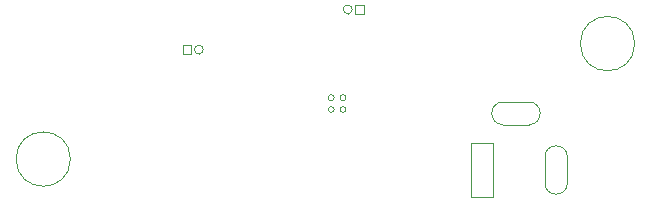
<source format=gbr>
%TF.GenerationSoftware,KiCad,Pcbnew,6.0.3-a3aad9c10e~116~ubuntu20.04.1*%
%TF.CreationDate,2022-03-23T21:19:17+01:00*%
%TF.ProjectId,Smart_Charger,536d6172-745f-4436-9861-726765722e6b,ED A0*%
%TF.SameCoordinates,Original*%
%TF.FileFunction,AssemblyDrawing,Bot*%
%FSLAX46Y46*%
G04 Gerber Fmt 4.6, Leading zero omitted, Abs format (unit mm)*
G04 Created by KiCad (PCBNEW 6.0.3-a3aad9c10e~116~ubuntu20.04.1) date 2022-03-23 21:19:17*
%MOMM*%
%LPD*%
G01*
G04 APERTURE LIST*
%ADD10C,0.100000*%
G04 APERTURE END LIST*
D10*
X153450000Y-74375000D02*
X153450000Y-74375000D01*
X153450000Y-75125000D02*
X153450000Y-75125000D01*
X153450000Y-74375000D02*
G75*
G03*
X153450000Y-75125000I0J-375000D01*
G01*
X153450000Y-75125000D02*
G75*
G03*
X153450000Y-74375000I0J375000D01*
G01*
%TO.C,J201*%
X154075000Y-74375000D02*
X154075000Y-75125000D01*
X154825000Y-75125000D01*
X154825000Y-74375000D01*
X154075000Y-74375000D01*
%TD*%
X166600000Y-84500000D02*
X168800000Y-84500000D01*
X166600000Y-82600000D02*
X168800000Y-82600000D01*
X168800000Y-84500000D02*
G75*
G03*
X168800000Y-82600000I0J950000D01*
G01*
X166600000Y-82600000D02*
G75*
G03*
X166600000Y-84500000I0J-950000D01*
G01*
X172050000Y-89450000D02*
X172050000Y-87250000D01*
X170150000Y-89450000D02*
X170150000Y-87250000D01*
X172050000Y-87250000D02*
G75*
G03*
X170150000Y-87250000I-950000J0D01*
G01*
X170150000Y-89450000D02*
G75*
G03*
X172050000Y-89450000I950000J0D01*
G01*
%TO.C,J101*%
X163850000Y-86100000D02*
X163850000Y-90600000D01*
X165750000Y-90600000D01*
X165750000Y-86100000D01*
X163850000Y-86100000D01*
%TD*%
%TO.C,H302*%
X177750000Y-77650000D02*
G75*
G03*
X177750000Y-77650000I-2300000J0D01*
G01*
%TD*%
%TO.C,H301*%
X129975000Y-87425000D02*
G75*
G03*
X129975000Y-87425000I-2300000J0D01*
G01*
%TD*%
X140847500Y-78532500D02*
X140847500Y-78532500D01*
X140847500Y-77782500D02*
X140847500Y-77782500D01*
X140847500Y-78532500D02*
G75*
G03*
X140847500Y-77782500I0J375000D01*
G01*
X140847500Y-77782500D02*
G75*
G03*
X140847500Y-78532500I0J-375000D01*
G01*
%TO.C,J302*%
X139472500Y-77782500D02*
X139472500Y-78532500D01*
X140222500Y-78532500D01*
X140222500Y-77782500D01*
X139472500Y-77782500D01*
%TD*%
%TO.C,U201*%
X153300000Y-82225000D02*
G75*
G03*
X153300000Y-82225000I-250000J0D01*
G01*
X152300000Y-83225000D02*
G75*
G03*
X152300000Y-83225000I-250000J0D01*
G01*
X153300000Y-83225000D02*
G75*
G03*
X153300000Y-83225000I-250000J0D01*
G01*
X152300000Y-82225000D02*
G75*
G03*
X152300000Y-82225000I-250000J0D01*
G01*
%TD*%
M02*

</source>
